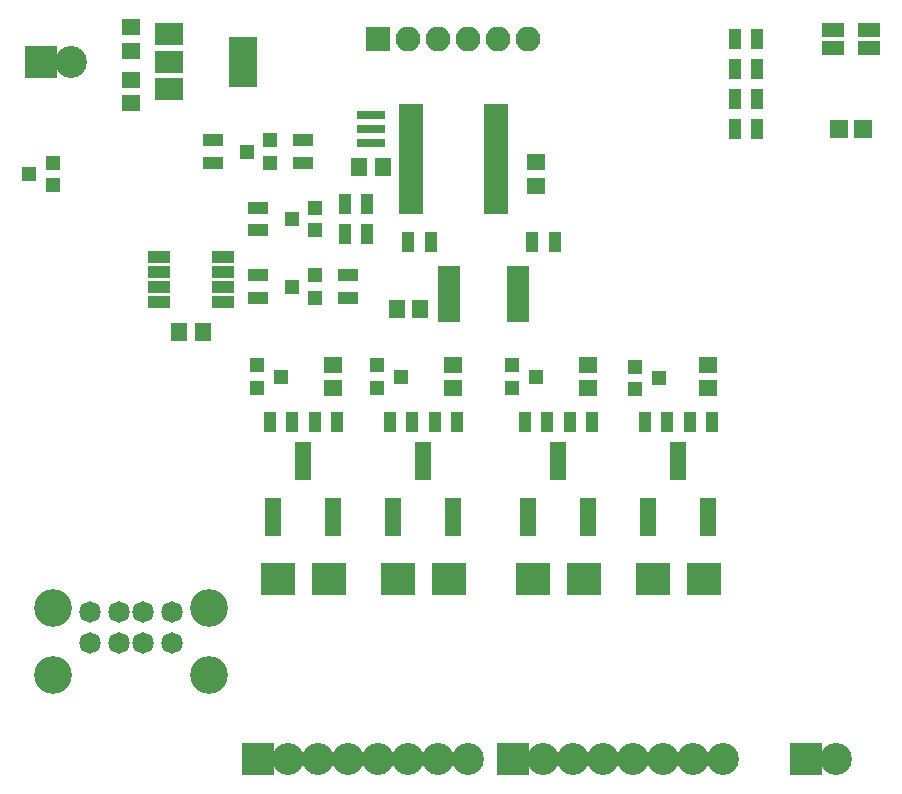
<source format=gts>
G04 #@! TF.FileFunction,Soldermask,Top*
%FSLAX46Y46*%
G04 Gerber Fmt 4.6, Leading zero omitted, Abs format (unit mm)*
G04 Created by KiCad (PCBNEW 4.0.7) date Thu Nov 16 18:20:54 2017*
%MOMM*%
%LPD*%
G01*
G04 APERTURE LIST*
%ADD10C,0.127000*%
%ADD11R,1.100000X1.700000*%
%ADD12R,1.400000X1.650000*%
%ADD13R,1.950000X1.000000*%
%ADD14R,1.598880X1.598880*%
%ADD15R,1.650000X1.400000*%
%ADD16R,1.900000X1.300000*%
%ADD17R,1.300000X1.200000*%
%ADD18R,2.900000X2.700000*%
%ADD19C,1.820000*%
%ADD20C,3.200000*%
%ADD21C,2.700000*%
%ADD22R,2.700000X2.700000*%
%ADD23R,2.100000X2.100000*%
%ADD24O,2.100000X2.100000*%
%ADD25R,1.416000X3.194000*%
%ADD26R,1.850000X0.850000*%
%ADD27R,2.400000X0.800000*%
%ADD28R,1.700000X1.100000*%
%ADD29R,2.400000X4.200000*%
%ADD30R,2.400000X1.900000*%
%ADD31R,2.150000X0.850000*%
G04 APERTURE END LIST*
D10*
D11*
X48575000Y50165000D03*
X46675000Y50165000D03*
D12*
X16780000Y42545000D03*
X18780000Y42545000D03*
D11*
X65720000Y64770000D03*
X63820000Y64770000D03*
X65720000Y62230000D03*
X63820000Y62230000D03*
X63820000Y59690000D03*
X65720000Y59690000D03*
X65720000Y67310000D03*
X63820000Y67310000D03*
D13*
X20480000Y45085000D03*
X20480000Y46355000D03*
X20480000Y47625000D03*
X20480000Y48895000D03*
X15080000Y48895000D03*
X15080000Y47625000D03*
X15080000Y46355000D03*
X15080000Y45085000D03*
D14*
X74709020Y59690000D03*
X72610980Y59690000D03*
D12*
X37195000Y44450000D03*
X35195000Y44450000D03*
D15*
X29845000Y37735000D03*
X29845000Y39735000D03*
X40005000Y37735000D03*
X40005000Y39735000D03*
X51435000Y37735000D03*
X51435000Y39735000D03*
X61595000Y37735000D03*
X61595000Y39735000D03*
D16*
X75210000Y66560000D03*
X75210000Y68060000D03*
X72110000Y68060000D03*
X72110000Y66560000D03*
D17*
X23400000Y39685000D03*
X23400000Y37785000D03*
X25400000Y38735000D03*
D18*
X25155000Y21590000D03*
X29455000Y21590000D03*
D17*
X33560000Y39685000D03*
X33560000Y37785000D03*
X35560000Y38735000D03*
D18*
X35315000Y21590000D03*
X39615000Y21590000D03*
D17*
X44974000Y39685000D03*
X44974000Y37785000D03*
X46974000Y38735000D03*
D18*
X46745000Y21590000D03*
X51045000Y21590000D03*
D17*
X55388000Y39558000D03*
X55388000Y37658000D03*
X57388000Y38608000D03*
D18*
X56905000Y21590000D03*
X61205000Y21590000D03*
D19*
X9200000Y18805005D03*
X11700000Y18805005D03*
X13700000Y18805005D03*
X16200000Y18805005D03*
X9200000Y16185005D03*
X11700000Y16185005D03*
X13700000Y16185005D03*
X16200000Y16185005D03*
D20*
X19270000Y13475005D03*
X19270000Y19155005D03*
X6130000Y19155005D03*
X6130000Y13475005D03*
D21*
X62865000Y6350000D03*
X60325000Y6350000D03*
X57785000Y6350000D03*
X55245000Y6350000D03*
X52705000Y6350000D03*
X50165000Y6350000D03*
X47625000Y6350000D03*
D22*
X45085000Y6350000D03*
X23495000Y6350000D03*
D21*
X26035000Y6350000D03*
X28575000Y6350000D03*
X31115000Y6350000D03*
X33655000Y6350000D03*
X36195000Y6350000D03*
X38735000Y6350000D03*
X41275000Y6350000D03*
D22*
X69850000Y6350000D03*
D21*
X72390000Y6350000D03*
D22*
X5080000Y65405000D03*
D21*
X7620000Y65405000D03*
D23*
X33655000Y67310000D03*
D24*
X36195000Y67310000D03*
X38735000Y67310000D03*
X41275000Y67310000D03*
X43815000Y67310000D03*
X46355000Y67310000D03*
D11*
X36195000Y50165000D03*
X38095000Y50165000D03*
X30160000Y34925000D03*
X28260000Y34925000D03*
X24450000Y34925000D03*
X26350000Y34925000D03*
X40320000Y34925000D03*
X38420000Y34925000D03*
X34610000Y34925000D03*
X36510000Y34925000D03*
X51750000Y34925000D03*
X49850000Y34925000D03*
X46040000Y34925000D03*
X47940000Y34925000D03*
X61910000Y34925000D03*
X60010000Y34925000D03*
X56200000Y34925000D03*
X58100000Y34925000D03*
D25*
X24765000Y26860500D03*
X27305000Y31559500D03*
X29845000Y26860500D03*
X34925000Y26860500D03*
X37465000Y31559500D03*
X40005000Y26860500D03*
X46355000Y26860500D03*
X48895000Y31559500D03*
X51435000Y26860500D03*
X56515000Y26860500D03*
X59055000Y31559500D03*
X61595000Y26860500D03*
D26*
X39595000Y47670000D03*
X39595000Y47020000D03*
X39595000Y46370000D03*
X39595000Y45720000D03*
X39595000Y45070000D03*
X39595000Y44420000D03*
X39595000Y43770000D03*
X45495000Y43770000D03*
X45495000Y44420000D03*
X45495000Y45070000D03*
X45495000Y45720000D03*
X45495000Y46370000D03*
X45495000Y47020000D03*
X45495000Y47670000D03*
D27*
X33020000Y59690000D03*
X33020000Y60890000D03*
X33020000Y58490000D03*
D12*
X34020000Y56515000D03*
X32020000Y56515000D03*
D15*
X46990000Y54880000D03*
X46990000Y56880000D03*
X12700000Y63865000D03*
X12700000Y61865000D03*
X12700000Y66310000D03*
X12700000Y68310000D03*
D17*
X24495000Y56835000D03*
X24495000Y58735000D03*
X22495000Y57785000D03*
X28305000Y45405000D03*
X28305000Y47305000D03*
X26305000Y46355000D03*
X28305000Y51120000D03*
X28305000Y53020000D03*
X26305000Y52070000D03*
D28*
X27305000Y56835000D03*
X27305000Y58735000D03*
X19685000Y58735000D03*
X19685000Y56835000D03*
X31115000Y45405000D03*
X31115000Y47305000D03*
X23495000Y47305000D03*
X23495000Y45405000D03*
D11*
X30800000Y53340000D03*
X32700000Y53340000D03*
X30800000Y50800000D03*
X32700000Y50800000D03*
D28*
X23495000Y53020000D03*
X23495000Y51120000D03*
D29*
X22200000Y65405000D03*
D30*
X15900000Y65405000D03*
X15900000Y63105000D03*
X15900000Y67705000D03*
D17*
X6080000Y54930000D03*
X6080000Y56830000D03*
X4080000Y55880000D03*
D31*
X36405000Y61375000D03*
X36405000Y60725000D03*
X36405000Y60075000D03*
X36405000Y59425000D03*
X36405000Y58775000D03*
X36405000Y58125000D03*
X36405000Y57475000D03*
X36405000Y56825000D03*
X36405000Y56175000D03*
X36405000Y55525000D03*
X36405000Y54875000D03*
X36405000Y54225000D03*
X36405000Y53575000D03*
X36405000Y52925000D03*
X43605000Y52925000D03*
X43605000Y53575000D03*
X43605000Y54225000D03*
X43605000Y54875000D03*
X43605000Y55525000D03*
X43605000Y56175000D03*
X43605000Y56825000D03*
X43605000Y57475000D03*
X43605000Y58125000D03*
X43605000Y58775000D03*
X43605000Y59425000D03*
X43605000Y60075000D03*
X43605000Y60725000D03*
X43605000Y61375000D03*
M02*

</source>
